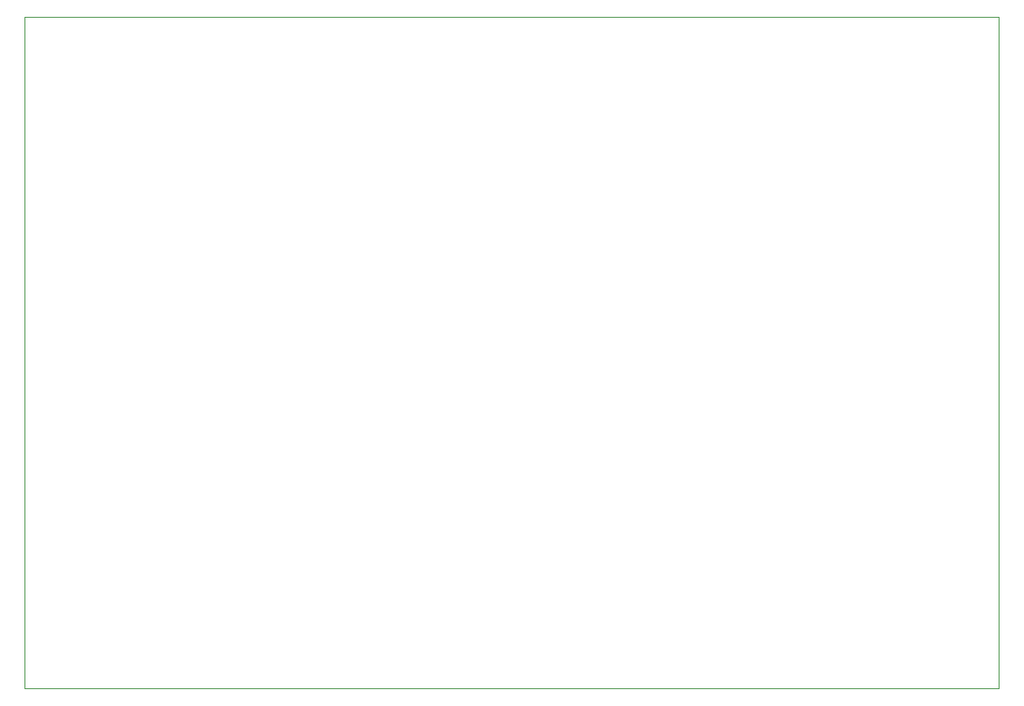
<source format=gm1>
%TF.GenerationSoftware,KiCad,Pcbnew,6.0.11+dfsg-1~bpo11+1*%
%TF.CreationDate,2023-10-22T15:16:06+02:00*%
%TF.ProjectId,Out_8x10,4f75745f-3878-4313-902e-6b696361645f,0.2.0*%
%TF.SameCoordinates,Original*%
%TF.FileFunction,Profile,NP*%
%FSLAX46Y46*%
G04 Gerber Fmt 4.6, Leading zero omitted, Abs format (unit mm)*
G04 Created by KiCad (PCBNEW 6.0.11+dfsg-1~bpo11+1) date 2023-10-22 15:16:06*
%MOMM*%
%LPD*%
G01*
G04 APERTURE LIST*
%TA.AperFunction,Profile*%
%ADD10C,0.100000*%
%TD*%
G04 APERTURE END LIST*
D10*
X100914000Y-44780000D02*
X198526400Y-44780000D01*
X198526400Y-44780000D02*
X198526400Y-112115600D01*
X198526400Y-112115600D02*
X100914000Y-112115600D01*
X100914000Y-112115600D02*
X100914000Y-44780000D01*
M02*

</source>
